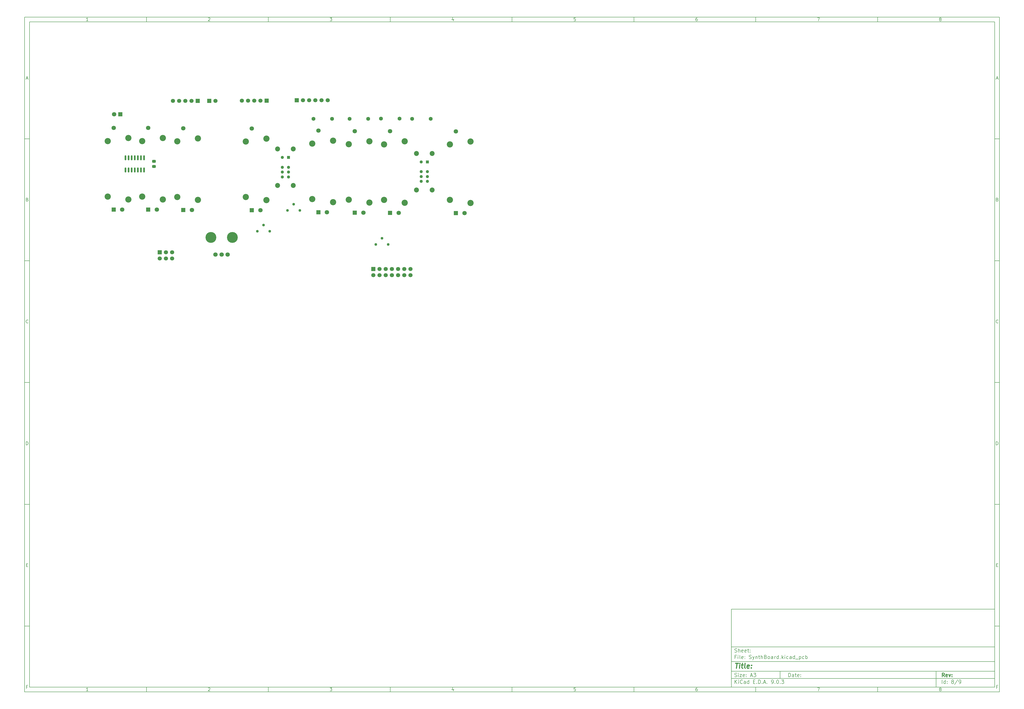
<source format=gbr>
%TF.GenerationSoftware,KiCad,Pcbnew,9.0.3*%
%TF.CreationDate,2025-09-21T10:38:42+09:00*%
%TF.ProjectId,SynthBoard,53796e74-6842-46f6-9172-642e6b696361,rev?*%
%TF.SameCoordinates,Original*%
%TF.FileFunction,Soldermask,Bot*%
%TF.FilePolarity,Negative*%
%FSLAX46Y46*%
G04 Gerber Fmt 4.6, Leading zero omitted, Abs format (unit mm)*
G04 Created by KiCad (PCBNEW 9.0.3) date 2025-09-21 10:38:43*
%MOMM*%
%LPD*%
G01*
G04 APERTURE LIST*
G04 Aperture macros list*
%AMRoundRect*
0 Rectangle with rounded corners*
0 $1 Rounding radius*
0 $2 $3 $4 $5 $6 $7 $8 $9 X,Y pos of 4 corners*
0 Add a 4 corners polygon primitive as box body*
4,1,4,$2,$3,$4,$5,$6,$7,$8,$9,$2,$3,0*
0 Add four circle primitives for the rounded corners*
1,1,$1+$1,$2,$3*
1,1,$1+$1,$4,$5*
1,1,$1+$1,$6,$7*
1,1,$1+$1,$8,$9*
0 Add four rect primitives between the rounded corners*
20,1,$1+$1,$2,$3,$4,$5,0*
20,1,$1+$1,$4,$5,$6,$7,0*
20,1,$1+$1,$6,$7,$8,$9,0*
20,1,$1+$1,$8,$9,$2,$3,0*%
G04 Aperture macros list end*
%ADD10C,0.100000*%
%ADD11C,0.150000*%
%ADD12C,0.300000*%
%ADD13C,0.400000*%
%ADD14C,1.120000*%
%ADD15C,1.600000*%
%ADD16R,1.800000X1.800000*%
%ADD17C,1.800000*%
%ADD18C,2.550000*%
%ADD19R,1.700000X1.700000*%
%ADD20C,1.700000*%
%ADD21R,1.200000X1.200000*%
%ADD22C,1.286000*%
%ADD23C,2.025000*%
%ADD24C,4.455000*%
%ADD25RoundRect,0.150000X0.150000X-0.825000X0.150000X0.825000X-0.150000X0.825000X-0.150000X-0.825000X0*%
%ADD26RoundRect,0.250000X0.475000X-0.337500X0.475000X0.337500X-0.475000X0.337500X-0.475000X-0.337500X0*%
G04 APERTURE END LIST*
D10*
D11*
X299989000Y-253002200D02*
X407989000Y-253002200D01*
X407989000Y-285002200D01*
X299989000Y-285002200D01*
X299989000Y-253002200D01*
D10*
D11*
X10000000Y-10000000D02*
X409989000Y-10000000D01*
X409989000Y-287002200D01*
X10000000Y-287002200D01*
X10000000Y-10000000D01*
D10*
D11*
X12000000Y-12000000D02*
X407989000Y-12000000D01*
X407989000Y-285002200D01*
X12000000Y-285002200D01*
X12000000Y-12000000D01*
D10*
D11*
X60000000Y-12000000D02*
X60000000Y-10000000D01*
D10*
D11*
X110000000Y-12000000D02*
X110000000Y-10000000D01*
D10*
D11*
X160000000Y-12000000D02*
X160000000Y-10000000D01*
D10*
D11*
X210000000Y-12000000D02*
X210000000Y-10000000D01*
D10*
D11*
X260000000Y-12000000D02*
X260000000Y-10000000D01*
D10*
D11*
X310000000Y-12000000D02*
X310000000Y-10000000D01*
D10*
D11*
X360000000Y-12000000D02*
X360000000Y-10000000D01*
D10*
D11*
X36089160Y-11593604D02*
X35346303Y-11593604D01*
X35717731Y-11593604D02*
X35717731Y-10293604D01*
X35717731Y-10293604D02*
X35593922Y-10479319D01*
X35593922Y-10479319D02*
X35470112Y-10603128D01*
X35470112Y-10603128D02*
X35346303Y-10665033D01*
D10*
D11*
X85346303Y-10417414D02*
X85408207Y-10355509D01*
X85408207Y-10355509D02*
X85532017Y-10293604D01*
X85532017Y-10293604D02*
X85841541Y-10293604D01*
X85841541Y-10293604D02*
X85965350Y-10355509D01*
X85965350Y-10355509D02*
X86027255Y-10417414D01*
X86027255Y-10417414D02*
X86089160Y-10541223D01*
X86089160Y-10541223D02*
X86089160Y-10665033D01*
X86089160Y-10665033D02*
X86027255Y-10850747D01*
X86027255Y-10850747D02*
X85284398Y-11593604D01*
X85284398Y-11593604D02*
X86089160Y-11593604D01*
D10*
D11*
X135284398Y-10293604D02*
X136089160Y-10293604D01*
X136089160Y-10293604D02*
X135655826Y-10788842D01*
X135655826Y-10788842D02*
X135841541Y-10788842D01*
X135841541Y-10788842D02*
X135965350Y-10850747D01*
X135965350Y-10850747D02*
X136027255Y-10912652D01*
X136027255Y-10912652D02*
X136089160Y-11036461D01*
X136089160Y-11036461D02*
X136089160Y-11345985D01*
X136089160Y-11345985D02*
X136027255Y-11469795D01*
X136027255Y-11469795D02*
X135965350Y-11531700D01*
X135965350Y-11531700D02*
X135841541Y-11593604D01*
X135841541Y-11593604D02*
X135470112Y-11593604D01*
X135470112Y-11593604D02*
X135346303Y-11531700D01*
X135346303Y-11531700D02*
X135284398Y-11469795D01*
D10*
D11*
X185965350Y-10726938D02*
X185965350Y-11593604D01*
X185655826Y-10231700D02*
X185346303Y-11160271D01*
X185346303Y-11160271D02*
X186151064Y-11160271D01*
D10*
D11*
X236027255Y-10293604D02*
X235408207Y-10293604D01*
X235408207Y-10293604D02*
X235346303Y-10912652D01*
X235346303Y-10912652D02*
X235408207Y-10850747D01*
X235408207Y-10850747D02*
X235532017Y-10788842D01*
X235532017Y-10788842D02*
X235841541Y-10788842D01*
X235841541Y-10788842D02*
X235965350Y-10850747D01*
X235965350Y-10850747D02*
X236027255Y-10912652D01*
X236027255Y-10912652D02*
X236089160Y-11036461D01*
X236089160Y-11036461D02*
X236089160Y-11345985D01*
X236089160Y-11345985D02*
X236027255Y-11469795D01*
X236027255Y-11469795D02*
X235965350Y-11531700D01*
X235965350Y-11531700D02*
X235841541Y-11593604D01*
X235841541Y-11593604D02*
X235532017Y-11593604D01*
X235532017Y-11593604D02*
X235408207Y-11531700D01*
X235408207Y-11531700D02*
X235346303Y-11469795D01*
D10*
D11*
X285965350Y-10293604D02*
X285717731Y-10293604D01*
X285717731Y-10293604D02*
X285593922Y-10355509D01*
X285593922Y-10355509D02*
X285532017Y-10417414D01*
X285532017Y-10417414D02*
X285408207Y-10603128D01*
X285408207Y-10603128D02*
X285346303Y-10850747D01*
X285346303Y-10850747D02*
X285346303Y-11345985D01*
X285346303Y-11345985D02*
X285408207Y-11469795D01*
X285408207Y-11469795D02*
X285470112Y-11531700D01*
X285470112Y-11531700D02*
X285593922Y-11593604D01*
X285593922Y-11593604D02*
X285841541Y-11593604D01*
X285841541Y-11593604D02*
X285965350Y-11531700D01*
X285965350Y-11531700D02*
X286027255Y-11469795D01*
X286027255Y-11469795D02*
X286089160Y-11345985D01*
X286089160Y-11345985D02*
X286089160Y-11036461D01*
X286089160Y-11036461D02*
X286027255Y-10912652D01*
X286027255Y-10912652D02*
X285965350Y-10850747D01*
X285965350Y-10850747D02*
X285841541Y-10788842D01*
X285841541Y-10788842D02*
X285593922Y-10788842D01*
X285593922Y-10788842D02*
X285470112Y-10850747D01*
X285470112Y-10850747D02*
X285408207Y-10912652D01*
X285408207Y-10912652D02*
X285346303Y-11036461D01*
D10*
D11*
X335284398Y-10293604D02*
X336151064Y-10293604D01*
X336151064Y-10293604D02*
X335593922Y-11593604D01*
D10*
D11*
X385593922Y-10850747D02*
X385470112Y-10788842D01*
X385470112Y-10788842D02*
X385408207Y-10726938D01*
X385408207Y-10726938D02*
X385346303Y-10603128D01*
X385346303Y-10603128D02*
X385346303Y-10541223D01*
X385346303Y-10541223D02*
X385408207Y-10417414D01*
X385408207Y-10417414D02*
X385470112Y-10355509D01*
X385470112Y-10355509D02*
X385593922Y-10293604D01*
X385593922Y-10293604D02*
X385841541Y-10293604D01*
X385841541Y-10293604D02*
X385965350Y-10355509D01*
X385965350Y-10355509D02*
X386027255Y-10417414D01*
X386027255Y-10417414D02*
X386089160Y-10541223D01*
X386089160Y-10541223D02*
X386089160Y-10603128D01*
X386089160Y-10603128D02*
X386027255Y-10726938D01*
X386027255Y-10726938D02*
X385965350Y-10788842D01*
X385965350Y-10788842D02*
X385841541Y-10850747D01*
X385841541Y-10850747D02*
X385593922Y-10850747D01*
X385593922Y-10850747D02*
X385470112Y-10912652D01*
X385470112Y-10912652D02*
X385408207Y-10974557D01*
X385408207Y-10974557D02*
X385346303Y-11098366D01*
X385346303Y-11098366D02*
X385346303Y-11345985D01*
X385346303Y-11345985D02*
X385408207Y-11469795D01*
X385408207Y-11469795D02*
X385470112Y-11531700D01*
X385470112Y-11531700D02*
X385593922Y-11593604D01*
X385593922Y-11593604D02*
X385841541Y-11593604D01*
X385841541Y-11593604D02*
X385965350Y-11531700D01*
X385965350Y-11531700D02*
X386027255Y-11469795D01*
X386027255Y-11469795D02*
X386089160Y-11345985D01*
X386089160Y-11345985D02*
X386089160Y-11098366D01*
X386089160Y-11098366D02*
X386027255Y-10974557D01*
X386027255Y-10974557D02*
X385965350Y-10912652D01*
X385965350Y-10912652D02*
X385841541Y-10850747D01*
D10*
D11*
X60000000Y-285002200D02*
X60000000Y-287002200D01*
D10*
D11*
X110000000Y-285002200D02*
X110000000Y-287002200D01*
D10*
D11*
X160000000Y-285002200D02*
X160000000Y-287002200D01*
D10*
D11*
X210000000Y-285002200D02*
X210000000Y-287002200D01*
D10*
D11*
X260000000Y-285002200D02*
X260000000Y-287002200D01*
D10*
D11*
X310000000Y-285002200D02*
X310000000Y-287002200D01*
D10*
D11*
X360000000Y-285002200D02*
X360000000Y-287002200D01*
D10*
D11*
X36089160Y-286595804D02*
X35346303Y-286595804D01*
X35717731Y-286595804D02*
X35717731Y-285295804D01*
X35717731Y-285295804D02*
X35593922Y-285481519D01*
X35593922Y-285481519D02*
X35470112Y-285605328D01*
X35470112Y-285605328D02*
X35346303Y-285667233D01*
D10*
D11*
X85346303Y-285419614D02*
X85408207Y-285357709D01*
X85408207Y-285357709D02*
X85532017Y-285295804D01*
X85532017Y-285295804D02*
X85841541Y-285295804D01*
X85841541Y-285295804D02*
X85965350Y-285357709D01*
X85965350Y-285357709D02*
X86027255Y-285419614D01*
X86027255Y-285419614D02*
X86089160Y-285543423D01*
X86089160Y-285543423D02*
X86089160Y-285667233D01*
X86089160Y-285667233D02*
X86027255Y-285852947D01*
X86027255Y-285852947D02*
X85284398Y-286595804D01*
X85284398Y-286595804D02*
X86089160Y-286595804D01*
D10*
D11*
X135284398Y-285295804D02*
X136089160Y-285295804D01*
X136089160Y-285295804D02*
X135655826Y-285791042D01*
X135655826Y-285791042D02*
X135841541Y-285791042D01*
X135841541Y-285791042D02*
X135965350Y-285852947D01*
X135965350Y-285852947D02*
X136027255Y-285914852D01*
X136027255Y-285914852D02*
X136089160Y-286038661D01*
X136089160Y-286038661D02*
X136089160Y-286348185D01*
X136089160Y-286348185D02*
X136027255Y-286471995D01*
X136027255Y-286471995D02*
X135965350Y-286533900D01*
X135965350Y-286533900D02*
X135841541Y-286595804D01*
X135841541Y-286595804D02*
X135470112Y-286595804D01*
X135470112Y-286595804D02*
X135346303Y-286533900D01*
X135346303Y-286533900D02*
X135284398Y-286471995D01*
D10*
D11*
X185965350Y-285729138D02*
X185965350Y-286595804D01*
X185655826Y-285233900D02*
X185346303Y-286162471D01*
X185346303Y-286162471D02*
X186151064Y-286162471D01*
D10*
D11*
X236027255Y-285295804D02*
X235408207Y-285295804D01*
X235408207Y-285295804D02*
X235346303Y-285914852D01*
X235346303Y-285914852D02*
X235408207Y-285852947D01*
X235408207Y-285852947D02*
X235532017Y-285791042D01*
X235532017Y-285791042D02*
X235841541Y-285791042D01*
X235841541Y-285791042D02*
X235965350Y-285852947D01*
X235965350Y-285852947D02*
X236027255Y-285914852D01*
X236027255Y-285914852D02*
X236089160Y-286038661D01*
X236089160Y-286038661D02*
X236089160Y-286348185D01*
X236089160Y-286348185D02*
X236027255Y-286471995D01*
X236027255Y-286471995D02*
X235965350Y-286533900D01*
X235965350Y-286533900D02*
X235841541Y-286595804D01*
X235841541Y-286595804D02*
X235532017Y-286595804D01*
X235532017Y-286595804D02*
X235408207Y-286533900D01*
X235408207Y-286533900D02*
X235346303Y-286471995D01*
D10*
D11*
X285965350Y-285295804D02*
X285717731Y-285295804D01*
X285717731Y-285295804D02*
X285593922Y-285357709D01*
X285593922Y-285357709D02*
X285532017Y-285419614D01*
X285532017Y-285419614D02*
X285408207Y-285605328D01*
X285408207Y-285605328D02*
X285346303Y-285852947D01*
X285346303Y-285852947D02*
X285346303Y-286348185D01*
X285346303Y-286348185D02*
X285408207Y-286471995D01*
X285408207Y-286471995D02*
X285470112Y-286533900D01*
X285470112Y-286533900D02*
X285593922Y-286595804D01*
X285593922Y-286595804D02*
X285841541Y-286595804D01*
X285841541Y-286595804D02*
X285965350Y-286533900D01*
X285965350Y-286533900D02*
X286027255Y-286471995D01*
X286027255Y-286471995D02*
X286089160Y-286348185D01*
X286089160Y-286348185D02*
X286089160Y-286038661D01*
X286089160Y-286038661D02*
X286027255Y-285914852D01*
X286027255Y-285914852D02*
X285965350Y-285852947D01*
X285965350Y-285852947D02*
X285841541Y-285791042D01*
X285841541Y-285791042D02*
X285593922Y-285791042D01*
X285593922Y-285791042D02*
X285470112Y-285852947D01*
X285470112Y-285852947D02*
X285408207Y-285914852D01*
X285408207Y-285914852D02*
X285346303Y-286038661D01*
D10*
D11*
X335284398Y-285295804D02*
X336151064Y-285295804D01*
X336151064Y-285295804D02*
X335593922Y-286595804D01*
D10*
D11*
X385593922Y-285852947D02*
X385470112Y-285791042D01*
X385470112Y-285791042D02*
X385408207Y-285729138D01*
X385408207Y-285729138D02*
X385346303Y-285605328D01*
X385346303Y-285605328D02*
X385346303Y-285543423D01*
X385346303Y-285543423D02*
X385408207Y-285419614D01*
X385408207Y-285419614D02*
X385470112Y-285357709D01*
X385470112Y-285357709D02*
X385593922Y-285295804D01*
X385593922Y-285295804D02*
X385841541Y-285295804D01*
X385841541Y-285295804D02*
X385965350Y-285357709D01*
X385965350Y-285357709D02*
X386027255Y-285419614D01*
X386027255Y-285419614D02*
X386089160Y-285543423D01*
X386089160Y-285543423D02*
X386089160Y-285605328D01*
X386089160Y-285605328D02*
X386027255Y-285729138D01*
X386027255Y-285729138D02*
X385965350Y-285791042D01*
X385965350Y-285791042D02*
X385841541Y-285852947D01*
X385841541Y-285852947D02*
X385593922Y-285852947D01*
X385593922Y-285852947D02*
X385470112Y-285914852D01*
X385470112Y-285914852D02*
X385408207Y-285976757D01*
X385408207Y-285976757D02*
X385346303Y-286100566D01*
X385346303Y-286100566D02*
X385346303Y-286348185D01*
X385346303Y-286348185D02*
X385408207Y-286471995D01*
X385408207Y-286471995D02*
X385470112Y-286533900D01*
X385470112Y-286533900D02*
X385593922Y-286595804D01*
X385593922Y-286595804D02*
X385841541Y-286595804D01*
X385841541Y-286595804D02*
X385965350Y-286533900D01*
X385965350Y-286533900D02*
X386027255Y-286471995D01*
X386027255Y-286471995D02*
X386089160Y-286348185D01*
X386089160Y-286348185D02*
X386089160Y-286100566D01*
X386089160Y-286100566D02*
X386027255Y-285976757D01*
X386027255Y-285976757D02*
X385965350Y-285914852D01*
X385965350Y-285914852D02*
X385841541Y-285852947D01*
D10*
D11*
X10000000Y-60000000D02*
X12000000Y-60000000D01*
D10*
D11*
X10000000Y-110000000D02*
X12000000Y-110000000D01*
D10*
D11*
X10000000Y-160000000D02*
X12000000Y-160000000D01*
D10*
D11*
X10000000Y-210000000D02*
X12000000Y-210000000D01*
D10*
D11*
X10000000Y-260000000D02*
X12000000Y-260000000D01*
D10*
D11*
X10690476Y-35222176D02*
X11309523Y-35222176D01*
X10566666Y-35593604D02*
X10999999Y-34293604D01*
X10999999Y-34293604D02*
X11433333Y-35593604D01*
D10*
D11*
X11092857Y-84912652D02*
X11278571Y-84974557D01*
X11278571Y-84974557D02*
X11340476Y-85036461D01*
X11340476Y-85036461D02*
X11402380Y-85160271D01*
X11402380Y-85160271D02*
X11402380Y-85345985D01*
X11402380Y-85345985D02*
X11340476Y-85469795D01*
X11340476Y-85469795D02*
X11278571Y-85531700D01*
X11278571Y-85531700D02*
X11154761Y-85593604D01*
X11154761Y-85593604D02*
X10659523Y-85593604D01*
X10659523Y-85593604D02*
X10659523Y-84293604D01*
X10659523Y-84293604D02*
X11092857Y-84293604D01*
X11092857Y-84293604D02*
X11216666Y-84355509D01*
X11216666Y-84355509D02*
X11278571Y-84417414D01*
X11278571Y-84417414D02*
X11340476Y-84541223D01*
X11340476Y-84541223D02*
X11340476Y-84665033D01*
X11340476Y-84665033D02*
X11278571Y-84788842D01*
X11278571Y-84788842D02*
X11216666Y-84850747D01*
X11216666Y-84850747D02*
X11092857Y-84912652D01*
X11092857Y-84912652D02*
X10659523Y-84912652D01*
D10*
D11*
X11402380Y-135469795D02*
X11340476Y-135531700D01*
X11340476Y-135531700D02*
X11154761Y-135593604D01*
X11154761Y-135593604D02*
X11030952Y-135593604D01*
X11030952Y-135593604D02*
X10845238Y-135531700D01*
X10845238Y-135531700D02*
X10721428Y-135407890D01*
X10721428Y-135407890D02*
X10659523Y-135284080D01*
X10659523Y-135284080D02*
X10597619Y-135036461D01*
X10597619Y-135036461D02*
X10597619Y-134850747D01*
X10597619Y-134850747D02*
X10659523Y-134603128D01*
X10659523Y-134603128D02*
X10721428Y-134479319D01*
X10721428Y-134479319D02*
X10845238Y-134355509D01*
X10845238Y-134355509D02*
X11030952Y-134293604D01*
X11030952Y-134293604D02*
X11154761Y-134293604D01*
X11154761Y-134293604D02*
X11340476Y-134355509D01*
X11340476Y-134355509D02*
X11402380Y-134417414D01*
D10*
D11*
X10659523Y-185593604D02*
X10659523Y-184293604D01*
X10659523Y-184293604D02*
X10969047Y-184293604D01*
X10969047Y-184293604D02*
X11154761Y-184355509D01*
X11154761Y-184355509D02*
X11278571Y-184479319D01*
X11278571Y-184479319D02*
X11340476Y-184603128D01*
X11340476Y-184603128D02*
X11402380Y-184850747D01*
X11402380Y-184850747D02*
X11402380Y-185036461D01*
X11402380Y-185036461D02*
X11340476Y-185284080D01*
X11340476Y-185284080D02*
X11278571Y-185407890D01*
X11278571Y-185407890D02*
X11154761Y-185531700D01*
X11154761Y-185531700D02*
X10969047Y-185593604D01*
X10969047Y-185593604D02*
X10659523Y-185593604D01*
D10*
D11*
X10721428Y-234912652D02*
X11154762Y-234912652D01*
X11340476Y-235593604D02*
X10721428Y-235593604D01*
X10721428Y-235593604D02*
X10721428Y-234293604D01*
X10721428Y-234293604D02*
X11340476Y-234293604D01*
D10*
D11*
X11185714Y-284912652D02*
X10752380Y-284912652D01*
X10752380Y-285593604D02*
X10752380Y-284293604D01*
X10752380Y-284293604D02*
X11371428Y-284293604D01*
D10*
D11*
X409989000Y-60000000D02*
X407989000Y-60000000D01*
D10*
D11*
X409989000Y-110000000D02*
X407989000Y-110000000D01*
D10*
D11*
X409989000Y-160000000D02*
X407989000Y-160000000D01*
D10*
D11*
X409989000Y-210000000D02*
X407989000Y-210000000D01*
D10*
D11*
X409989000Y-260000000D02*
X407989000Y-260000000D01*
D10*
D11*
X408679476Y-35222176D02*
X409298523Y-35222176D01*
X408555666Y-35593604D02*
X408988999Y-34293604D01*
X408988999Y-34293604D02*
X409422333Y-35593604D01*
D10*
D11*
X409081857Y-84912652D02*
X409267571Y-84974557D01*
X409267571Y-84974557D02*
X409329476Y-85036461D01*
X409329476Y-85036461D02*
X409391380Y-85160271D01*
X409391380Y-85160271D02*
X409391380Y-85345985D01*
X409391380Y-85345985D02*
X409329476Y-85469795D01*
X409329476Y-85469795D02*
X409267571Y-85531700D01*
X409267571Y-85531700D02*
X409143761Y-85593604D01*
X409143761Y-85593604D02*
X408648523Y-85593604D01*
X408648523Y-85593604D02*
X408648523Y-84293604D01*
X408648523Y-84293604D02*
X409081857Y-84293604D01*
X409081857Y-84293604D02*
X409205666Y-84355509D01*
X409205666Y-84355509D02*
X409267571Y-84417414D01*
X409267571Y-84417414D02*
X409329476Y-84541223D01*
X409329476Y-84541223D02*
X409329476Y-84665033D01*
X409329476Y-84665033D02*
X409267571Y-84788842D01*
X409267571Y-84788842D02*
X409205666Y-84850747D01*
X409205666Y-84850747D02*
X409081857Y-84912652D01*
X409081857Y-84912652D02*
X408648523Y-84912652D01*
D10*
D11*
X409391380Y-135469795D02*
X409329476Y-135531700D01*
X409329476Y-135531700D02*
X409143761Y-135593604D01*
X409143761Y-135593604D02*
X409019952Y-135593604D01*
X409019952Y-135593604D02*
X408834238Y-135531700D01*
X408834238Y-135531700D02*
X408710428Y-135407890D01*
X408710428Y-135407890D02*
X408648523Y-135284080D01*
X408648523Y-135284080D02*
X408586619Y-135036461D01*
X408586619Y-135036461D02*
X408586619Y-134850747D01*
X408586619Y-134850747D02*
X408648523Y-134603128D01*
X408648523Y-134603128D02*
X408710428Y-134479319D01*
X408710428Y-134479319D02*
X408834238Y-134355509D01*
X408834238Y-134355509D02*
X409019952Y-134293604D01*
X409019952Y-134293604D02*
X409143761Y-134293604D01*
X409143761Y-134293604D02*
X409329476Y-134355509D01*
X409329476Y-134355509D02*
X409391380Y-134417414D01*
D10*
D11*
X408648523Y-185593604D02*
X408648523Y-184293604D01*
X408648523Y-184293604D02*
X408958047Y-184293604D01*
X408958047Y-184293604D02*
X409143761Y-184355509D01*
X409143761Y-184355509D02*
X409267571Y-184479319D01*
X409267571Y-184479319D02*
X409329476Y-184603128D01*
X409329476Y-184603128D02*
X409391380Y-184850747D01*
X409391380Y-184850747D02*
X409391380Y-185036461D01*
X409391380Y-185036461D02*
X409329476Y-185284080D01*
X409329476Y-185284080D02*
X409267571Y-185407890D01*
X409267571Y-185407890D02*
X409143761Y-185531700D01*
X409143761Y-185531700D02*
X408958047Y-185593604D01*
X408958047Y-185593604D02*
X408648523Y-185593604D01*
D10*
D11*
X408710428Y-234912652D02*
X409143762Y-234912652D01*
X409329476Y-235593604D02*
X408710428Y-235593604D01*
X408710428Y-235593604D02*
X408710428Y-234293604D01*
X408710428Y-234293604D02*
X409329476Y-234293604D01*
D10*
D11*
X409174714Y-284912652D02*
X408741380Y-284912652D01*
X408741380Y-285593604D02*
X408741380Y-284293604D01*
X408741380Y-284293604D02*
X409360428Y-284293604D01*
D10*
D11*
X323444826Y-280788328D02*
X323444826Y-279288328D01*
X323444826Y-279288328D02*
X323801969Y-279288328D01*
X323801969Y-279288328D02*
X324016255Y-279359757D01*
X324016255Y-279359757D02*
X324159112Y-279502614D01*
X324159112Y-279502614D02*
X324230541Y-279645471D01*
X324230541Y-279645471D02*
X324301969Y-279931185D01*
X324301969Y-279931185D02*
X324301969Y-280145471D01*
X324301969Y-280145471D02*
X324230541Y-280431185D01*
X324230541Y-280431185D02*
X324159112Y-280574042D01*
X324159112Y-280574042D02*
X324016255Y-280716900D01*
X324016255Y-280716900D02*
X323801969Y-280788328D01*
X323801969Y-280788328D02*
X323444826Y-280788328D01*
X325587684Y-280788328D02*
X325587684Y-280002614D01*
X325587684Y-280002614D02*
X325516255Y-279859757D01*
X325516255Y-279859757D02*
X325373398Y-279788328D01*
X325373398Y-279788328D02*
X325087684Y-279788328D01*
X325087684Y-279788328D02*
X324944826Y-279859757D01*
X325587684Y-280716900D02*
X325444826Y-280788328D01*
X325444826Y-280788328D02*
X325087684Y-280788328D01*
X325087684Y-280788328D02*
X324944826Y-280716900D01*
X324944826Y-280716900D02*
X324873398Y-280574042D01*
X324873398Y-280574042D02*
X324873398Y-280431185D01*
X324873398Y-280431185D02*
X324944826Y-280288328D01*
X324944826Y-280288328D02*
X325087684Y-280216900D01*
X325087684Y-280216900D02*
X325444826Y-280216900D01*
X325444826Y-280216900D02*
X325587684Y-280145471D01*
X326087684Y-279788328D02*
X326659112Y-279788328D01*
X326301969Y-279288328D02*
X326301969Y-280574042D01*
X326301969Y-280574042D02*
X326373398Y-280716900D01*
X326373398Y-280716900D02*
X326516255Y-280788328D01*
X326516255Y-280788328D02*
X326659112Y-280788328D01*
X327730541Y-280716900D02*
X327587684Y-280788328D01*
X327587684Y-280788328D02*
X327301970Y-280788328D01*
X327301970Y-280788328D02*
X327159112Y-280716900D01*
X327159112Y-280716900D02*
X327087684Y-280574042D01*
X327087684Y-280574042D02*
X327087684Y-280002614D01*
X327087684Y-280002614D02*
X327159112Y-279859757D01*
X327159112Y-279859757D02*
X327301970Y-279788328D01*
X327301970Y-279788328D02*
X327587684Y-279788328D01*
X327587684Y-279788328D02*
X327730541Y-279859757D01*
X327730541Y-279859757D02*
X327801970Y-280002614D01*
X327801970Y-280002614D02*
X327801970Y-280145471D01*
X327801970Y-280145471D02*
X327087684Y-280288328D01*
X328444826Y-280645471D02*
X328516255Y-280716900D01*
X328516255Y-280716900D02*
X328444826Y-280788328D01*
X328444826Y-280788328D02*
X328373398Y-280716900D01*
X328373398Y-280716900D02*
X328444826Y-280645471D01*
X328444826Y-280645471D02*
X328444826Y-280788328D01*
X328444826Y-279859757D02*
X328516255Y-279931185D01*
X328516255Y-279931185D02*
X328444826Y-280002614D01*
X328444826Y-280002614D02*
X328373398Y-279931185D01*
X328373398Y-279931185D02*
X328444826Y-279859757D01*
X328444826Y-279859757D02*
X328444826Y-280002614D01*
D10*
D11*
X299989000Y-281502200D02*
X407989000Y-281502200D01*
D10*
D11*
X301444826Y-283588328D02*
X301444826Y-282088328D01*
X302301969Y-283588328D02*
X301659112Y-282731185D01*
X302301969Y-282088328D02*
X301444826Y-282945471D01*
X302944826Y-283588328D02*
X302944826Y-282588328D01*
X302944826Y-282088328D02*
X302873398Y-282159757D01*
X302873398Y-282159757D02*
X302944826Y-282231185D01*
X302944826Y-282231185D02*
X303016255Y-282159757D01*
X303016255Y-282159757D02*
X302944826Y-282088328D01*
X302944826Y-282088328D02*
X302944826Y-282231185D01*
X304516255Y-283445471D02*
X304444827Y-283516900D01*
X304444827Y-283516900D02*
X304230541Y-283588328D01*
X304230541Y-283588328D02*
X304087684Y-283588328D01*
X304087684Y-283588328D02*
X303873398Y-283516900D01*
X303873398Y-283516900D02*
X303730541Y-283374042D01*
X303730541Y-283374042D02*
X303659112Y-283231185D01*
X303659112Y-283231185D02*
X303587684Y-282945471D01*
X303587684Y-282945471D02*
X303587684Y-282731185D01*
X303587684Y-282731185D02*
X303659112Y-282445471D01*
X303659112Y-282445471D02*
X303730541Y-282302614D01*
X303730541Y-282302614D02*
X303873398Y-282159757D01*
X303873398Y-282159757D02*
X304087684Y-282088328D01*
X304087684Y-282088328D02*
X304230541Y-282088328D01*
X304230541Y-282088328D02*
X304444827Y-282159757D01*
X304444827Y-282159757D02*
X304516255Y-282231185D01*
X305801970Y-283588328D02*
X305801970Y-282802614D01*
X305801970Y-282802614D02*
X305730541Y-282659757D01*
X305730541Y-282659757D02*
X305587684Y-282588328D01*
X305587684Y-282588328D02*
X305301970Y-282588328D01*
X305301970Y-282588328D02*
X305159112Y-282659757D01*
X305801970Y-283516900D02*
X305659112Y-283588328D01*
X305659112Y-283588328D02*
X305301970Y-283588328D01*
X305301970Y-283588328D02*
X305159112Y-283516900D01*
X305159112Y-283516900D02*
X305087684Y-283374042D01*
X305087684Y-283374042D02*
X305087684Y-283231185D01*
X305087684Y-283231185D02*
X305159112Y-283088328D01*
X305159112Y-283088328D02*
X305301970Y-283016900D01*
X305301970Y-283016900D02*
X305659112Y-283016900D01*
X305659112Y-283016900D02*
X305801970Y-282945471D01*
X307159113Y-283588328D02*
X307159113Y-282088328D01*
X307159113Y-283516900D02*
X307016255Y-283588328D01*
X307016255Y-283588328D02*
X306730541Y-283588328D01*
X306730541Y-283588328D02*
X306587684Y-283516900D01*
X306587684Y-283516900D02*
X306516255Y-283445471D01*
X306516255Y-283445471D02*
X306444827Y-283302614D01*
X306444827Y-283302614D02*
X306444827Y-282874042D01*
X306444827Y-282874042D02*
X306516255Y-282731185D01*
X306516255Y-282731185D02*
X306587684Y-282659757D01*
X306587684Y-282659757D02*
X306730541Y-282588328D01*
X306730541Y-282588328D02*
X307016255Y-282588328D01*
X307016255Y-282588328D02*
X307159113Y-282659757D01*
X309016255Y-282802614D02*
X309516255Y-282802614D01*
X309730541Y-283588328D02*
X309016255Y-283588328D01*
X309016255Y-283588328D02*
X309016255Y-282088328D01*
X309016255Y-282088328D02*
X309730541Y-282088328D01*
X310373398Y-283445471D02*
X310444827Y-283516900D01*
X310444827Y-283516900D02*
X310373398Y-283588328D01*
X310373398Y-283588328D02*
X310301970Y-283516900D01*
X310301970Y-283516900D02*
X310373398Y-283445471D01*
X310373398Y-283445471D02*
X310373398Y-283588328D01*
X311087684Y-283588328D02*
X311087684Y-282088328D01*
X311087684Y-282088328D02*
X311444827Y-282088328D01*
X311444827Y-282088328D02*
X311659113Y-282159757D01*
X311659113Y-282159757D02*
X311801970Y-282302614D01*
X311801970Y-282302614D02*
X311873399Y-282445471D01*
X311873399Y-282445471D02*
X311944827Y-282731185D01*
X311944827Y-282731185D02*
X311944827Y-282945471D01*
X311944827Y-282945471D02*
X311873399Y-283231185D01*
X311873399Y-283231185D02*
X311801970Y-283374042D01*
X311801970Y-283374042D02*
X311659113Y-283516900D01*
X311659113Y-283516900D02*
X311444827Y-283588328D01*
X311444827Y-283588328D02*
X311087684Y-283588328D01*
X312587684Y-283445471D02*
X312659113Y-283516900D01*
X312659113Y-283516900D02*
X312587684Y-283588328D01*
X312587684Y-283588328D02*
X312516256Y-283516900D01*
X312516256Y-283516900D02*
X312587684Y-283445471D01*
X312587684Y-283445471D02*
X312587684Y-283588328D01*
X313230542Y-283159757D02*
X313944828Y-283159757D01*
X313087685Y-283588328D02*
X313587685Y-282088328D01*
X313587685Y-282088328D02*
X314087685Y-283588328D01*
X314587684Y-283445471D02*
X314659113Y-283516900D01*
X314659113Y-283516900D02*
X314587684Y-283588328D01*
X314587684Y-283588328D02*
X314516256Y-283516900D01*
X314516256Y-283516900D02*
X314587684Y-283445471D01*
X314587684Y-283445471D02*
X314587684Y-283588328D01*
X316516256Y-283588328D02*
X316801970Y-283588328D01*
X316801970Y-283588328D02*
X316944827Y-283516900D01*
X316944827Y-283516900D02*
X317016256Y-283445471D01*
X317016256Y-283445471D02*
X317159113Y-283231185D01*
X317159113Y-283231185D02*
X317230542Y-282945471D01*
X317230542Y-282945471D02*
X317230542Y-282374042D01*
X317230542Y-282374042D02*
X317159113Y-282231185D01*
X317159113Y-282231185D02*
X317087685Y-282159757D01*
X317087685Y-282159757D02*
X316944827Y-282088328D01*
X316944827Y-282088328D02*
X316659113Y-282088328D01*
X316659113Y-282088328D02*
X316516256Y-282159757D01*
X316516256Y-282159757D02*
X316444827Y-282231185D01*
X316444827Y-282231185D02*
X316373399Y-282374042D01*
X316373399Y-282374042D02*
X316373399Y-282731185D01*
X316373399Y-282731185D02*
X316444827Y-282874042D01*
X316444827Y-282874042D02*
X316516256Y-282945471D01*
X316516256Y-282945471D02*
X316659113Y-283016900D01*
X316659113Y-283016900D02*
X316944827Y-283016900D01*
X316944827Y-283016900D02*
X317087685Y-282945471D01*
X317087685Y-282945471D02*
X317159113Y-282874042D01*
X317159113Y-282874042D02*
X317230542Y-282731185D01*
X317873398Y-283445471D02*
X317944827Y-283516900D01*
X317944827Y-283516900D02*
X317873398Y-283588328D01*
X317873398Y-283588328D02*
X317801970Y-283516900D01*
X317801970Y-283516900D02*
X317873398Y-283445471D01*
X317873398Y-283445471D02*
X317873398Y-283588328D01*
X318873399Y-282088328D02*
X319016256Y-282088328D01*
X319016256Y-282088328D02*
X319159113Y-282159757D01*
X319159113Y-282159757D02*
X319230542Y-282231185D01*
X319230542Y-282231185D02*
X319301970Y-282374042D01*
X319301970Y-282374042D02*
X319373399Y-282659757D01*
X319373399Y-282659757D02*
X319373399Y-283016900D01*
X319373399Y-283016900D02*
X319301970Y-283302614D01*
X319301970Y-283302614D02*
X319230542Y-283445471D01*
X319230542Y-283445471D02*
X319159113Y-283516900D01*
X319159113Y-283516900D02*
X319016256Y-283588328D01*
X319016256Y-283588328D02*
X318873399Y-283588328D01*
X318873399Y-283588328D02*
X318730542Y-283516900D01*
X318730542Y-283516900D02*
X318659113Y-283445471D01*
X318659113Y-283445471D02*
X318587684Y-283302614D01*
X318587684Y-283302614D02*
X318516256Y-283016900D01*
X318516256Y-283016900D02*
X318516256Y-282659757D01*
X318516256Y-282659757D02*
X318587684Y-282374042D01*
X318587684Y-282374042D02*
X318659113Y-282231185D01*
X318659113Y-282231185D02*
X318730542Y-282159757D01*
X318730542Y-282159757D02*
X318873399Y-282088328D01*
X320016255Y-283445471D02*
X320087684Y-283516900D01*
X320087684Y-283516900D02*
X320016255Y-283588328D01*
X320016255Y-283588328D02*
X319944827Y-283516900D01*
X319944827Y-283516900D02*
X320016255Y-283445471D01*
X320016255Y-283445471D02*
X320016255Y-283588328D01*
X320587684Y-282088328D02*
X321516256Y-282088328D01*
X321516256Y-282088328D02*
X321016256Y-282659757D01*
X321016256Y-282659757D02*
X321230541Y-282659757D01*
X321230541Y-282659757D02*
X321373399Y-282731185D01*
X321373399Y-282731185D02*
X321444827Y-282802614D01*
X321444827Y-282802614D02*
X321516256Y-282945471D01*
X321516256Y-282945471D02*
X321516256Y-283302614D01*
X321516256Y-283302614D02*
X321444827Y-283445471D01*
X321444827Y-283445471D02*
X321373399Y-283516900D01*
X321373399Y-283516900D02*
X321230541Y-283588328D01*
X321230541Y-283588328D02*
X320801970Y-283588328D01*
X320801970Y-283588328D02*
X320659113Y-283516900D01*
X320659113Y-283516900D02*
X320587684Y-283445471D01*
D10*
D11*
X299989000Y-278502200D02*
X407989000Y-278502200D01*
D10*
D12*
X387400653Y-280780528D02*
X386900653Y-280066242D01*
X386543510Y-280780528D02*
X386543510Y-279280528D01*
X386543510Y-279280528D02*
X387114939Y-279280528D01*
X387114939Y-279280528D02*
X387257796Y-279351957D01*
X387257796Y-279351957D02*
X387329225Y-279423385D01*
X387329225Y-279423385D02*
X387400653Y-279566242D01*
X387400653Y-279566242D02*
X387400653Y-279780528D01*
X387400653Y-279780528D02*
X387329225Y-279923385D01*
X387329225Y-279923385D02*
X387257796Y-279994814D01*
X387257796Y-279994814D02*
X387114939Y-280066242D01*
X387114939Y-280066242D02*
X386543510Y-280066242D01*
X388614939Y-280709100D02*
X388472082Y-280780528D01*
X388472082Y-280780528D02*
X388186368Y-280780528D01*
X388186368Y-280780528D02*
X388043510Y-280709100D01*
X388043510Y-280709100D02*
X387972082Y-280566242D01*
X387972082Y-280566242D02*
X387972082Y-279994814D01*
X387972082Y-279994814D02*
X388043510Y-279851957D01*
X388043510Y-279851957D02*
X388186368Y-279780528D01*
X388186368Y-279780528D02*
X388472082Y-279780528D01*
X388472082Y-279780528D02*
X388614939Y-279851957D01*
X388614939Y-279851957D02*
X388686368Y-279994814D01*
X388686368Y-279994814D02*
X388686368Y-280137671D01*
X388686368Y-280137671D02*
X387972082Y-280280528D01*
X389186367Y-279780528D02*
X389543510Y-280780528D01*
X389543510Y-280780528D02*
X389900653Y-279780528D01*
X390472081Y-280637671D02*
X390543510Y-280709100D01*
X390543510Y-280709100D02*
X390472081Y-280780528D01*
X390472081Y-280780528D02*
X390400653Y-280709100D01*
X390400653Y-280709100D02*
X390472081Y-280637671D01*
X390472081Y-280637671D02*
X390472081Y-280780528D01*
X390472081Y-279851957D02*
X390543510Y-279923385D01*
X390543510Y-279923385D02*
X390472081Y-279994814D01*
X390472081Y-279994814D02*
X390400653Y-279923385D01*
X390400653Y-279923385D02*
X390472081Y-279851957D01*
X390472081Y-279851957D02*
X390472081Y-279994814D01*
D10*
D11*
X301373398Y-280716900D02*
X301587684Y-280788328D01*
X301587684Y-280788328D02*
X301944826Y-280788328D01*
X301944826Y-280788328D02*
X302087684Y-280716900D01*
X302087684Y-280716900D02*
X302159112Y-280645471D01*
X302159112Y-280645471D02*
X302230541Y-280502614D01*
X302230541Y-280502614D02*
X302230541Y-280359757D01*
X302230541Y-280359757D02*
X302159112Y-280216900D01*
X302159112Y-280216900D02*
X302087684Y-280145471D01*
X302087684Y-280145471D02*
X301944826Y-280074042D01*
X301944826Y-280074042D02*
X301659112Y-280002614D01*
X301659112Y-280002614D02*
X301516255Y-279931185D01*
X301516255Y-279931185D02*
X301444826Y-279859757D01*
X301444826Y-279859757D02*
X301373398Y-279716900D01*
X301373398Y-279716900D02*
X301373398Y-279574042D01*
X301373398Y-279574042D02*
X301444826Y-279431185D01*
X301444826Y-279431185D02*
X301516255Y-279359757D01*
X301516255Y-279359757D02*
X301659112Y-279288328D01*
X301659112Y-279288328D02*
X302016255Y-279288328D01*
X302016255Y-279288328D02*
X302230541Y-279359757D01*
X302873397Y-280788328D02*
X302873397Y-279788328D01*
X302873397Y-279288328D02*
X302801969Y-279359757D01*
X302801969Y-279359757D02*
X302873397Y-279431185D01*
X302873397Y-279431185D02*
X302944826Y-279359757D01*
X302944826Y-279359757D02*
X302873397Y-279288328D01*
X302873397Y-279288328D02*
X302873397Y-279431185D01*
X303444826Y-279788328D02*
X304230541Y-279788328D01*
X304230541Y-279788328D02*
X303444826Y-280788328D01*
X303444826Y-280788328D02*
X304230541Y-280788328D01*
X305373398Y-280716900D02*
X305230541Y-280788328D01*
X305230541Y-280788328D02*
X304944827Y-280788328D01*
X304944827Y-280788328D02*
X304801969Y-280716900D01*
X304801969Y-280716900D02*
X304730541Y-280574042D01*
X304730541Y-280574042D02*
X304730541Y-280002614D01*
X304730541Y-280002614D02*
X304801969Y-279859757D01*
X304801969Y-279859757D02*
X304944827Y-279788328D01*
X304944827Y-279788328D02*
X305230541Y-279788328D01*
X305230541Y-279788328D02*
X305373398Y-279859757D01*
X305373398Y-279859757D02*
X305444827Y-280002614D01*
X305444827Y-280002614D02*
X305444827Y-280145471D01*
X305444827Y-280145471D02*
X304730541Y-280288328D01*
X306087683Y-280645471D02*
X306159112Y-280716900D01*
X306159112Y-280716900D02*
X306087683Y-280788328D01*
X306087683Y-280788328D02*
X306016255Y-280716900D01*
X306016255Y-280716900D02*
X306087683Y-280645471D01*
X306087683Y-280645471D02*
X306087683Y-280788328D01*
X306087683Y-279859757D02*
X306159112Y-279931185D01*
X306159112Y-279931185D02*
X306087683Y-280002614D01*
X306087683Y-280002614D02*
X306016255Y-279931185D01*
X306016255Y-279931185D02*
X306087683Y-279859757D01*
X306087683Y-279859757D02*
X306087683Y-280002614D01*
X307873398Y-280359757D02*
X308587684Y-280359757D01*
X307730541Y-280788328D02*
X308230541Y-279288328D01*
X308230541Y-279288328D02*
X308730541Y-280788328D01*
X309087683Y-279288328D02*
X310016255Y-279288328D01*
X310016255Y-279288328D02*
X309516255Y-279859757D01*
X309516255Y-279859757D02*
X309730540Y-279859757D01*
X309730540Y-279859757D02*
X309873398Y-279931185D01*
X309873398Y-279931185D02*
X309944826Y-280002614D01*
X309944826Y-280002614D02*
X310016255Y-280145471D01*
X310016255Y-280145471D02*
X310016255Y-280502614D01*
X310016255Y-280502614D02*
X309944826Y-280645471D01*
X309944826Y-280645471D02*
X309873398Y-280716900D01*
X309873398Y-280716900D02*
X309730540Y-280788328D01*
X309730540Y-280788328D02*
X309301969Y-280788328D01*
X309301969Y-280788328D02*
X309159112Y-280716900D01*
X309159112Y-280716900D02*
X309087683Y-280645471D01*
D10*
D11*
X386444826Y-283588328D02*
X386444826Y-282088328D01*
X387801970Y-283588328D02*
X387801970Y-282088328D01*
X387801970Y-283516900D02*
X387659112Y-283588328D01*
X387659112Y-283588328D02*
X387373398Y-283588328D01*
X387373398Y-283588328D02*
X387230541Y-283516900D01*
X387230541Y-283516900D02*
X387159112Y-283445471D01*
X387159112Y-283445471D02*
X387087684Y-283302614D01*
X387087684Y-283302614D02*
X387087684Y-282874042D01*
X387087684Y-282874042D02*
X387159112Y-282731185D01*
X387159112Y-282731185D02*
X387230541Y-282659757D01*
X387230541Y-282659757D02*
X387373398Y-282588328D01*
X387373398Y-282588328D02*
X387659112Y-282588328D01*
X387659112Y-282588328D02*
X387801970Y-282659757D01*
X388516255Y-283445471D02*
X388587684Y-283516900D01*
X388587684Y-283516900D02*
X388516255Y-283588328D01*
X388516255Y-283588328D02*
X388444827Y-283516900D01*
X388444827Y-283516900D02*
X388516255Y-283445471D01*
X388516255Y-283445471D02*
X388516255Y-283588328D01*
X388516255Y-282659757D02*
X388587684Y-282731185D01*
X388587684Y-282731185D02*
X388516255Y-282802614D01*
X388516255Y-282802614D02*
X388444827Y-282731185D01*
X388444827Y-282731185D02*
X388516255Y-282659757D01*
X388516255Y-282659757D02*
X388516255Y-282802614D01*
X390587684Y-282731185D02*
X390444827Y-282659757D01*
X390444827Y-282659757D02*
X390373398Y-282588328D01*
X390373398Y-282588328D02*
X390301970Y-282445471D01*
X390301970Y-282445471D02*
X390301970Y-282374042D01*
X390301970Y-282374042D02*
X390373398Y-282231185D01*
X390373398Y-282231185D02*
X390444827Y-282159757D01*
X390444827Y-282159757D02*
X390587684Y-282088328D01*
X390587684Y-282088328D02*
X390873398Y-282088328D01*
X390873398Y-282088328D02*
X391016256Y-282159757D01*
X391016256Y-282159757D02*
X391087684Y-282231185D01*
X391087684Y-282231185D02*
X391159113Y-282374042D01*
X391159113Y-282374042D02*
X391159113Y-282445471D01*
X391159113Y-282445471D02*
X391087684Y-282588328D01*
X391087684Y-282588328D02*
X391016256Y-282659757D01*
X391016256Y-282659757D02*
X390873398Y-282731185D01*
X390873398Y-282731185D02*
X390587684Y-282731185D01*
X390587684Y-282731185D02*
X390444827Y-282802614D01*
X390444827Y-282802614D02*
X390373398Y-282874042D01*
X390373398Y-282874042D02*
X390301970Y-283016900D01*
X390301970Y-283016900D02*
X390301970Y-283302614D01*
X390301970Y-283302614D02*
X390373398Y-283445471D01*
X390373398Y-283445471D02*
X390444827Y-283516900D01*
X390444827Y-283516900D02*
X390587684Y-283588328D01*
X390587684Y-283588328D02*
X390873398Y-283588328D01*
X390873398Y-283588328D02*
X391016256Y-283516900D01*
X391016256Y-283516900D02*
X391087684Y-283445471D01*
X391087684Y-283445471D02*
X391159113Y-283302614D01*
X391159113Y-283302614D02*
X391159113Y-283016900D01*
X391159113Y-283016900D02*
X391087684Y-282874042D01*
X391087684Y-282874042D02*
X391016256Y-282802614D01*
X391016256Y-282802614D02*
X390873398Y-282731185D01*
X392873398Y-282016900D02*
X391587684Y-283945471D01*
X393444827Y-283588328D02*
X393730541Y-283588328D01*
X393730541Y-283588328D02*
X393873398Y-283516900D01*
X393873398Y-283516900D02*
X393944827Y-283445471D01*
X393944827Y-283445471D02*
X394087684Y-283231185D01*
X394087684Y-283231185D02*
X394159113Y-282945471D01*
X394159113Y-282945471D02*
X394159113Y-282374042D01*
X394159113Y-282374042D02*
X394087684Y-282231185D01*
X394087684Y-282231185D02*
X394016256Y-282159757D01*
X394016256Y-282159757D02*
X393873398Y-282088328D01*
X393873398Y-282088328D02*
X393587684Y-282088328D01*
X393587684Y-282088328D02*
X393444827Y-282159757D01*
X393444827Y-282159757D02*
X393373398Y-282231185D01*
X393373398Y-282231185D02*
X393301970Y-282374042D01*
X393301970Y-282374042D02*
X393301970Y-282731185D01*
X393301970Y-282731185D02*
X393373398Y-282874042D01*
X393373398Y-282874042D02*
X393444827Y-282945471D01*
X393444827Y-282945471D02*
X393587684Y-283016900D01*
X393587684Y-283016900D02*
X393873398Y-283016900D01*
X393873398Y-283016900D02*
X394016256Y-282945471D01*
X394016256Y-282945471D02*
X394087684Y-282874042D01*
X394087684Y-282874042D02*
X394159113Y-282731185D01*
D10*
D11*
X299989000Y-274502200D02*
X407989000Y-274502200D01*
D10*
D13*
X301680728Y-275206638D02*
X302823585Y-275206638D01*
X302002157Y-277206638D02*
X302252157Y-275206638D01*
X303240252Y-277206638D02*
X303406919Y-275873304D01*
X303490252Y-275206638D02*
X303383109Y-275301876D01*
X303383109Y-275301876D02*
X303466443Y-275397114D01*
X303466443Y-275397114D02*
X303573586Y-275301876D01*
X303573586Y-275301876D02*
X303490252Y-275206638D01*
X303490252Y-275206638D02*
X303466443Y-275397114D01*
X304073586Y-275873304D02*
X304835490Y-275873304D01*
X304442633Y-275206638D02*
X304228348Y-276920923D01*
X304228348Y-276920923D02*
X304299776Y-277111400D01*
X304299776Y-277111400D02*
X304478348Y-277206638D01*
X304478348Y-277206638D02*
X304668824Y-277206638D01*
X305621205Y-277206638D02*
X305442633Y-277111400D01*
X305442633Y-277111400D02*
X305371205Y-276920923D01*
X305371205Y-276920923D02*
X305585490Y-275206638D01*
X307156919Y-277111400D02*
X306954538Y-277206638D01*
X306954538Y-277206638D02*
X306573585Y-277206638D01*
X306573585Y-277206638D02*
X306395014Y-277111400D01*
X306395014Y-277111400D02*
X306323585Y-276920923D01*
X306323585Y-276920923D02*
X306418824Y-276159019D01*
X306418824Y-276159019D02*
X306537871Y-275968542D01*
X306537871Y-275968542D02*
X306740252Y-275873304D01*
X306740252Y-275873304D02*
X307121204Y-275873304D01*
X307121204Y-275873304D02*
X307299776Y-275968542D01*
X307299776Y-275968542D02*
X307371204Y-276159019D01*
X307371204Y-276159019D02*
X307347395Y-276349495D01*
X307347395Y-276349495D02*
X306371204Y-276539971D01*
X308121205Y-277016161D02*
X308204538Y-277111400D01*
X308204538Y-277111400D02*
X308097395Y-277206638D01*
X308097395Y-277206638D02*
X308014062Y-277111400D01*
X308014062Y-277111400D02*
X308121205Y-277016161D01*
X308121205Y-277016161D02*
X308097395Y-277206638D01*
X308252157Y-275968542D02*
X308335490Y-276063780D01*
X308335490Y-276063780D02*
X308228348Y-276159019D01*
X308228348Y-276159019D02*
X308145014Y-276063780D01*
X308145014Y-276063780D02*
X308252157Y-275968542D01*
X308252157Y-275968542D02*
X308228348Y-276159019D01*
D10*
D11*
X301944826Y-272602614D02*
X301444826Y-272602614D01*
X301444826Y-273388328D02*
X301444826Y-271888328D01*
X301444826Y-271888328D02*
X302159112Y-271888328D01*
X302730540Y-273388328D02*
X302730540Y-272388328D01*
X302730540Y-271888328D02*
X302659112Y-271959757D01*
X302659112Y-271959757D02*
X302730540Y-272031185D01*
X302730540Y-272031185D02*
X302801969Y-271959757D01*
X302801969Y-271959757D02*
X302730540Y-271888328D01*
X302730540Y-271888328D02*
X302730540Y-272031185D01*
X303659112Y-273388328D02*
X303516255Y-273316900D01*
X303516255Y-273316900D02*
X303444826Y-273174042D01*
X303444826Y-273174042D02*
X303444826Y-271888328D01*
X304801969Y-273316900D02*
X304659112Y-273388328D01*
X304659112Y-273388328D02*
X304373398Y-273388328D01*
X304373398Y-273388328D02*
X304230540Y-273316900D01*
X304230540Y-273316900D02*
X304159112Y-273174042D01*
X304159112Y-273174042D02*
X304159112Y-272602614D01*
X304159112Y-272602614D02*
X304230540Y-272459757D01*
X304230540Y-272459757D02*
X304373398Y-272388328D01*
X304373398Y-272388328D02*
X304659112Y-272388328D01*
X304659112Y-272388328D02*
X304801969Y-272459757D01*
X304801969Y-272459757D02*
X304873398Y-272602614D01*
X304873398Y-272602614D02*
X304873398Y-272745471D01*
X304873398Y-272745471D02*
X304159112Y-272888328D01*
X305516254Y-273245471D02*
X305587683Y-273316900D01*
X305587683Y-273316900D02*
X305516254Y-273388328D01*
X305516254Y-273388328D02*
X305444826Y-273316900D01*
X305444826Y-273316900D02*
X305516254Y-273245471D01*
X305516254Y-273245471D02*
X305516254Y-273388328D01*
X305516254Y-272459757D02*
X305587683Y-272531185D01*
X305587683Y-272531185D02*
X305516254Y-272602614D01*
X305516254Y-272602614D02*
X305444826Y-272531185D01*
X305444826Y-272531185D02*
X305516254Y-272459757D01*
X305516254Y-272459757D02*
X305516254Y-272602614D01*
X307301969Y-273316900D02*
X307516255Y-273388328D01*
X307516255Y-273388328D02*
X307873397Y-273388328D01*
X307873397Y-273388328D02*
X308016255Y-273316900D01*
X308016255Y-273316900D02*
X308087683Y-273245471D01*
X308087683Y-273245471D02*
X308159112Y-273102614D01*
X308159112Y-273102614D02*
X308159112Y-272959757D01*
X308159112Y-272959757D02*
X308087683Y-272816900D01*
X308087683Y-272816900D02*
X308016255Y-272745471D01*
X308016255Y-272745471D02*
X307873397Y-272674042D01*
X307873397Y-272674042D02*
X307587683Y-272602614D01*
X307587683Y-272602614D02*
X307444826Y-272531185D01*
X307444826Y-272531185D02*
X307373397Y-272459757D01*
X307373397Y-272459757D02*
X307301969Y-272316900D01*
X307301969Y-272316900D02*
X307301969Y-272174042D01*
X307301969Y-272174042D02*
X307373397Y-272031185D01*
X307373397Y-272031185D02*
X307444826Y-271959757D01*
X307444826Y-271959757D02*
X307587683Y-271888328D01*
X307587683Y-271888328D02*
X307944826Y-271888328D01*
X307944826Y-271888328D02*
X308159112Y-271959757D01*
X308659111Y-272388328D02*
X309016254Y-273388328D01*
X309373397Y-272388328D02*
X309016254Y-273388328D01*
X309016254Y-273388328D02*
X308873397Y-273745471D01*
X308873397Y-273745471D02*
X308801968Y-273816900D01*
X308801968Y-273816900D02*
X308659111Y-273888328D01*
X309944825Y-272388328D02*
X309944825Y-273388328D01*
X309944825Y-272531185D02*
X310016254Y-272459757D01*
X310016254Y-272459757D02*
X310159111Y-272388328D01*
X310159111Y-272388328D02*
X310373397Y-272388328D01*
X310373397Y-272388328D02*
X310516254Y-272459757D01*
X310516254Y-272459757D02*
X310587683Y-272602614D01*
X310587683Y-272602614D02*
X310587683Y-273388328D01*
X311087683Y-272388328D02*
X311659111Y-272388328D01*
X311301968Y-271888328D02*
X311301968Y-273174042D01*
X311301968Y-273174042D02*
X311373397Y-273316900D01*
X311373397Y-273316900D02*
X311516254Y-273388328D01*
X311516254Y-273388328D02*
X311659111Y-273388328D01*
X312159111Y-273388328D02*
X312159111Y-271888328D01*
X312801969Y-273388328D02*
X312801969Y-272602614D01*
X312801969Y-272602614D02*
X312730540Y-272459757D01*
X312730540Y-272459757D02*
X312587683Y-272388328D01*
X312587683Y-272388328D02*
X312373397Y-272388328D01*
X312373397Y-272388328D02*
X312230540Y-272459757D01*
X312230540Y-272459757D02*
X312159111Y-272531185D01*
X314016254Y-272602614D02*
X314230540Y-272674042D01*
X314230540Y-272674042D02*
X314301969Y-272745471D01*
X314301969Y-272745471D02*
X314373397Y-272888328D01*
X314373397Y-272888328D02*
X314373397Y-273102614D01*
X314373397Y-273102614D02*
X314301969Y-273245471D01*
X314301969Y-273245471D02*
X314230540Y-273316900D01*
X314230540Y-273316900D02*
X314087683Y-273388328D01*
X314087683Y-273388328D02*
X313516254Y-273388328D01*
X313516254Y-273388328D02*
X313516254Y-271888328D01*
X313516254Y-271888328D02*
X314016254Y-271888328D01*
X314016254Y-271888328D02*
X314159112Y-271959757D01*
X314159112Y-271959757D02*
X314230540Y-272031185D01*
X314230540Y-272031185D02*
X314301969Y-272174042D01*
X314301969Y-272174042D02*
X314301969Y-272316900D01*
X314301969Y-272316900D02*
X314230540Y-272459757D01*
X314230540Y-272459757D02*
X314159112Y-272531185D01*
X314159112Y-272531185D02*
X314016254Y-272602614D01*
X314016254Y-272602614D02*
X313516254Y-272602614D01*
X315230540Y-273388328D02*
X315087683Y-273316900D01*
X315087683Y-273316900D02*
X315016254Y-273245471D01*
X315016254Y-273245471D02*
X314944826Y-273102614D01*
X314944826Y-273102614D02*
X314944826Y-272674042D01*
X314944826Y-272674042D02*
X315016254Y-272531185D01*
X315016254Y-272531185D02*
X315087683Y-272459757D01*
X315087683Y-272459757D02*
X315230540Y-272388328D01*
X315230540Y-272388328D02*
X315444826Y-272388328D01*
X315444826Y-272388328D02*
X315587683Y-272459757D01*
X315587683Y-272459757D02*
X315659112Y-272531185D01*
X315659112Y-272531185D02*
X315730540Y-272674042D01*
X315730540Y-272674042D02*
X315730540Y-273102614D01*
X315730540Y-273102614D02*
X315659112Y-273245471D01*
X315659112Y-273245471D02*
X315587683Y-273316900D01*
X315587683Y-273316900D02*
X315444826Y-273388328D01*
X315444826Y-273388328D02*
X315230540Y-273388328D01*
X317016255Y-273388328D02*
X317016255Y-272602614D01*
X317016255Y-272602614D02*
X316944826Y-272459757D01*
X316944826Y-272459757D02*
X316801969Y-272388328D01*
X316801969Y-272388328D02*
X316516255Y-272388328D01*
X316516255Y-272388328D02*
X316373397Y-272459757D01*
X317016255Y-273316900D02*
X316873397Y-273388328D01*
X316873397Y-273388328D02*
X316516255Y-273388328D01*
X316516255Y-273388328D02*
X316373397Y-273316900D01*
X316373397Y-273316900D02*
X316301969Y-273174042D01*
X316301969Y-273174042D02*
X316301969Y-273031185D01*
X316301969Y-273031185D02*
X316373397Y-272888328D01*
X316373397Y-272888328D02*
X316516255Y-272816900D01*
X316516255Y-272816900D02*
X316873397Y-272816900D01*
X316873397Y-272816900D02*
X317016255Y-272745471D01*
X317730540Y-273388328D02*
X317730540Y-272388328D01*
X317730540Y-272674042D02*
X317801969Y-272531185D01*
X317801969Y-272531185D02*
X317873398Y-272459757D01*
X317873398Y-272459757D02*
X318016255Y-272388328D01*
X318016255Y-272388328D02*
X318159112Y-272388328D01*
X319301969Y-273388328D02*
X319301969Y-271888328D01*
X319301969Y-273316900D02*
X319159111Y-273388328D01*
X319159111Y-273388328D02*
X318873397Y-273388328D01*
X318873397Y-273388328D02*
X318730540Y-273316900D01*
X318730540Y-273316900D02*
X318659111Y-273245471D01*
X318659111Y-273245471D02*
X318587683Y-273102614D01*
X318587683Y-273102614D02*
X318587683Y-272674042D01*
X318587683Y-272674042D02*
X318659111Y-272531185D01*
X318659111Y-272531185D02*
X318730540Y-272459757D01*
X318730540Y-272459757D02*
X318873397Y-272388328D01*
X318873397Y-272388328D02*
X319159111Y-272388328D01*
X319159111Y-272388328D02*
X319301969Y-272459757D01*
X320016254Y-273245471D02*
X320087683Y-273316900D01*
X320087683Y-273316900D02*
X320016254Y-273388328D01*
X320016254Y-273388328D02*
X319944826Y-273316900D01*
X319944826Y-273316900D02*
X320016254Y-273245471D01*
X320016254Y-273245471D02*
X320016254Y-273388328D01*
X320730540Y-273388328D02*
X320730540Y-271888328D01*
X320873398Y-272816900D02*
X321301969Y-273388328D01*
X321301969Y-272388328D02*
X320730540Y-272959757D01*
X321944826Y-273388328D02*
X321944826Y-272388328D01*
X321944826Y-271888328D02*
X321873398Y-271959757D01*
X321873398Y-271959757D02*
X321944826Y-272031185D01*
X321944826Y-272031185D02*
X322016255Y-271959757D01*
X322016255Y-271959757D02*
X321944826Y-271888328D01*
X321944826Y-271888328D02*
X321944826Y-272031185D01*
X323301970Y-273316900D02*
X323159112Y-273388328D01*
X323159112Y-273388328D02*
X322873398Y-273388328D01*
X322873398Y-273388328D02*
X322730541Y-273316900D01*
X322730541Y-273316900D02*
X322659112Y-273245471D01*
X322659112Y-273245471D02*
X322587684Y-273102614D01*
X322587684Y-273102614D02*
X322587684Y-272674042D01*
X322587684Y-272674042D02*
X322659112Y-272531185D01*
X322659112Y-272531185D02*
X322730541Y-272459757D01*
X322730541Y-272459757D02*
X322873398Y-272388328D01*
X322873398Y-272388328D02*
X323159112Y-272388328D01*
X323159112Y-272388328D02*
X323301970Y-272459757D01*
X324587684Y-273388328D02*
X324587684Y-272602614D01*
X324587684Y-272602614D02*
X324516255Y-272459757D01*
X324516255Y-272459757D02*
X324373398Y-272388328D01*
X324373398Y-272388328D02*
X324087684Y-272388328D01*
X324087684Y-272388328D02*
X323944826Y-272459757D01*
X324587684Y-273316900D02*
X324444826Y-273388328D01*
X324444826Y-273388328D02*
X324087684Y-273388328D01*
X324087684Y-273388328D02*
X323944826Y-273316900D01*
X323944826Y-273316900D02*
X323873398Y-273174042D01*
X323873398Y-273174042D02*
X323873398Y-273031185D01*
X323873398Y-273031185D02*
X323944826Y-272888328D01*
X323944826Y-272888328D02*
X324087684Y-272816900D01*
X324087684Y-272816900D02*
X324444826Y-272816900D01*
X324444826Y-272816900D02*
X324587684Y-272745471D01*
X325944827Y-273388328D02*
X325944827Y-271888328D01*
X325944827Y-273316900D02*
X325801969Y-273388328D01*
X325801969Y-273388328D02*
X325516255Y-273388328D01*
X325516255Y-273388328D02*
X325373398Y-273316900D01*
X325373398Y-273316900D02*
X325301969Y-273245471D01*
X325301969Y-273245471D02*
X325230541Y-273102614D01*
X325230541Y-273102614D02*
X325230541Y-272674042D01*
X325230541Y-272674042D02*
X325301969Y-272531185D01*
X325301969Y-272531185D02*
X325373398Y-272459757D01*
X325373398Y-272459757D02*
X325516255Y-272388328D01*
X325516255Y-272388328D02*
X325801969Y-272388328D01*
X325801969Y-272388328D02*
X325944827Y-272459757D01*
X326301970Y-273531185D02*
X327444827Y-273531185D01*
X327801969Y-272388328D02*
X327801969Y-273888328D01*
X327801969Y-272459757D02*
X327944827Y-272388328D01*
X327944827Y-272388328D02*
X328230541Y-272388328D01*
X328230541Y-272388328D02*
X328373398Y-272459757D01*
X328373398Y-272459757D02*
X328444827Y-272531185D01*
X328444827Y-272531185D02*
X328516255Y-272674042D01*
X328516255Y-272674042D02*
X328516255Y-273102614D01*
X328516255Y-273102614D02*
X328444827Y-273245471D01*
X328444827Y-273245471D02*
X328373398Y-273316900D01*
X328373398Y-273316900D02*
X328230541Y-273388328D01*
X328230541Y-273388328D02*
X327944827Y-273388328D01*
X327944827Y-273388328D02*
X327801969Y-273316900D01*
X329801970Y-273316900D02*
X329659112Y-273388328D01*
X329659112Y-273388328D02*
X329373398Y-273388328D01*
X329373398Y-273388328D02*
X329230541Y-273316900D01*
X329230541Y-273316900D02*
X329159112Y-273245471D01*
X329159112Y-273245471D02*
X329087684Y-273102614D01*
X329087684Y-273102614D02*
X329087684Y-272674042D01*
X329087684Y-272674042D02*
X329159112Y-272531185D01*
X329159112Y-272531185D02*
X329230541Y-272459757D01*
X329230541Y-272459757D02*
X329373398Y-272388328D01*
X329373398Y-272388328D02*
X329659112Y-272388328D01*
X329659112Y-272388328D02*
X329801970Y-272459757D01*
X330444826Y-273388328D02*
X330444826Y-271888328D01*
X330444826Y-272459757D02*
X330587684Y-272388328D01*
X330587684Y-272388328D02*
X330873398Y-272388328D01*
X330873398Y-272388328D02*
X331016255Y-272459757D01*
X331016255Y-272459757D02*
X331087684Y-272531185D01*
X331087684Y-272531185D02*
X331159112Y-272674042D01*
X331159112Y-272674042D02*
X331159112Y-273102614D01*
X331159112Y-273102614D02*
X331087684Y-273245471D01*
X331087684Y-273245471D02*
X331016255Y-273316900D01*
X331016255Y-273316900D02*
X330873398Y-273388328D01*
X330873398Y-273388328D02*
X330587684Y-273388328D01*
X330587684Y-273388328D02*
X330444826Y-273316900D01*
D10*
D11*
X299989000Y-268502200D02*
X407989000Y-268502200D01*
D10*
D11*
X301373398Y-270616900D02*
X301587684Y-270688328D01*
X301587684Y-270688328D02*
X301944826Y-270688328D01*
X301944826Y-270688328D02*
X302087684Y-270616900D01*
X302087684Y-270616900D02*
X302159112Y-270545471D01*
X302159112Y-270545471D02*
X302230541Y-270402614D01*
X302230541Y-270402614D02*
X302230541Y-270259757D01*
X302230541Y-270259757D02*
X302159112Y-270116900D01*
X302159112Y-270116900D02*
X302087684Y-270045471D01*
X302087684Y-270045471D02*
X301944826Y-269974042D01*
X301944826Y-269974042D02*
X301659112Y-269902614D01*
X301659112Y-269902614D02*
X301516255Y-269831185D01*
X301516255Y-269831185D02*
X301444826Y-269759757D01*
X301444826Y-269759757D02*
X301373398Y-269616900D01*
X301373398Y-269616900D02*
X301373398Y-269474042D01*
X301373398Y-269474042D02*
X301444826Y-269331185D01*
X301444826Y-269331185D02*
X301516255Y-269259757D01*
X301516255Y-269259757D02*
X301659112Y-269188328D01*
X301659112Y-269188328D02*
X302016255Y-269188328D01*
X302016255Y-269188328D02*
X302230541Y-269259757D01*
X302873397Y-270688328D02*
X302873397Y-269188328D01*
X303516255Y-270688328D02*
X303516255Y-269902614D01*
X303516255Y-269902614D02*
X303444826Y-269759757D01*
X303444826Y-269759757D02*
X303301969Y-269688328D01*
X303301969Y-269688328D02*
X303087683Y-269688328D01*
X303087683Y-269688328D02*
X302944826Y-269759757D01*
X302944826Y-269759757D02*
X302873397Y-269831185D01*
X304801969Y-270616900D02*
X304659112Y-270688328D01*
X304659112Y-270688328D02*
X304373398Y-270688328D01*
X304373398Y-270688328D02*
X304230540Y-270616900D01*
X304230540Y-270616900D02*
X304159112Y-270474042D01*
X304159112Y-270474042D02*
X304159112Y-269902614D01*
X304159112Y-269902614D02*
X304230540Y-269759757D01*
X304230540Y-269759757D02*
X304373398Y-269688328D01*
X304373398Y-269688328D02*
X304659112Y-269688328D01*
X304659112Y-269688328D02*
X304801969Y-269759757D01*
X304801969Y-269759757D02*
X304873398Y-269902614D01*
X304873398Y-269902614D02*
X304873398Y-270045471D01*
X304873398Y-270045471D02*
X304159112Y-270188328D01*
X306087683Y-270616900D02*
X305944826Y-270688328D01*
X305944826Y-270688328D02*
X305659112Y-270688328D01*
X305659112Y-270688328D02*
X305516254Y-270616900D01*
X305516254Y-270616900D02*
X305444826Y-270474042D01*
X305444826Y-270474042D02*
X305444826Y-269902614D01*
X305444826Y-269902614D02*
X305516254Y-269759757D01*
X305516254Y-269759757D02*
X305659112Y-269688328D01*
X305659112Y-269688328D02*
X305944826Y-269688328D01*
X305944826Y-269688328D02*
X306087683Y-269759757D01*
X306087683Y-269759757D02*
X306159112Y-269902614D01*
X306159112Y-269902614D02*
X306159112Y-270045471D01*
X306159112Y-270045471D02*
X305444826Y-270188328D01*
X306587683Y-269688328D02*
X307159111Y-269688328D01*
X306801968Y-269188328D02*
X306801968Y-270474042D01*
X306801968Y-270474042D02*
X306873397Y-270616900D01*
X306873397Y-270616900D02*
X307016254Y-270688328D01*
X307016254Y-270688328D02*
X307159111Y-270688328D01*
X307659111Y-270545471D02*
X307730540Y-270616900D01*
X307730540Y-270616900D02*
X307659111Y-270688328D01*
X307659111Y-270688328D02*
X307587683Y-270616900D01*
X307587683Y-270616900D02*
X307659111Y-270545471D01*
X307659111Y-270545471D02*
X307659111Y-270688328D01*
X307659111Y-269759757D02*
X307730540Y-269831185D01*
X307730540Y-269831185D02*
X307659111Y-269902614D01*
X307659111Y-269902614D02*
X307587683Y-269831185D01*
X307587683Y-269831185D02*
X307659111Y-269759757D01*
X307659111Y-269759757D02*
X307659111Y-269902614D01*
D10*
D11*
X319989000Y-278502200D02*
X319989000Y-281502200D01*
D10*
D11*
X383989000Y-278502200D02*
X383989000Y-285002200D01*
D14*
%TO.C,VR20*%
X105537000Y-97894000D03*
X108077000Y-95354000D03*
X110617000Y-97894000D03*
%TD*%
D15*
%TO.C,R188*%
X169037000Y-51816000D03*
X176657000Y-51816000D03*
%TD*%
D16*
%TO.C,VR6*%
X159967000Y-90384000D03*
D17*
X163467000Y-90384000D03*
X159967000Y-56884000D03*
D18*
X157467000Y-85034000D03*
X165967000Y-86234000D03*
X157467000Y-62234000D03*
X165967000Y-61034000D03*
%TD*%
D19*
%TO.C,J1*%
X109347000Y-44323000D03*
D20*
X106807000Y-44323000D03*
X104267000Y-44323000D03*
X101727000Y-44323000D03*
X99187000Y-44323000D03*
%TD*%
D19*
%TO.C,J2*%
X81026000Y-44450000D03*
D20*
X78486000Y-44450000D03*
X75946000Y-44450000D03*
X73406000Y-44450000D03*
X70866000Y-44450000D03*
%TD*%
D15*
%TO.C,R186*%
X143358000Y-51816000D03*
X150978000Y-51816000D03*
%TD*%
D16*
%TO.C,VR9*%
X145477000Y-90323000D03*
D17*
X148977000Y-90323000D03*
X145477000Y-56823000D03*
D18*
X142977000Y-84973000D03*
X151477000Y-86173000D03*
X142977000Y-62173000D03*
X151477000Y-60973000D03*
%TD*%
D21*
%TO.C,S1*%
X175260000Y-69469000D03*
D22*
X175260000Y-75469000D03*
X175260000Y-77469000D03*
X172760000Y-69469000D03*
X172760000Y-75469000D03*
X172760000Y-77469000D03*
D23*
X177235000Y-65959000D03*
X177235000Y-80959000D03*
X170785000Y-65959000D03*
X170785000Y-80959000D03*
D22*
X175260000Y-73469000D03*
X172760000Y-73469000D03*
%TD*%
D14*
%TO.C,VR27*%
X154067000Y-103378000D03*
X156607000Y-100838000D03*
X159147000Y-103378000D03*
%TD*%
D19*
%TO.C,J3*%
X85745000Y-44425000D03*
D20*
X88285000Y-44425000D03*
%TD*%
D15*
%TO.C,R187*%
X156210000Y-51689000D03*
X163830000Y-51689000D03*
%TD*%
D19*
%TO.C,J6*%
X121666000Y-44196000D03*
D20*
X124206000Y-44196000D03*
X126746000Y-44196000D03*
X129286000Y-44196000D03*
X131826000Y-44196000D03*
X134366000Y-44196000D03*
%TD*%
D16*
%TO.C,VR8*%
X186972000Y-90437000D03*
D17*
X190472000Y-90437000D03*
X186972000Y-56937000D03*
D18*
X184472000Y-85087000D03*
X192972000Y-86287000D03*
X184472000Y-62287000D03*
X192972000Y-61087000D03*
%TD*%
D16*
%TO.C,D2*%
X49276000Y-49911000D03*
D17*
X46736000Y-49911000D03*
%TD*%
D16*
%TO.C,VR5*%
X60728000Y-89040000D03*
D17*
X64228000Y-89040000D03*
X60728000Y-55540000D03*
D18*
X58228000Y-83690000D03*
X66728000Y-84890000D03*
X58228000Y-60890000D03*
X66728000Y-59690000D03*
%TD*%
D15*
%TO.C,R25*%
X128499000Y-51816000D03*
X136119000Y-51816000D03*
%TD*%
D19*
%TO.C,J4*%
X153051000Y-113411000D03*
D20*
X153051000Y-115951000D03*
X155591000Y-113411000D03*
X155591000Y-115951000D03*
X158131000Y-113411000D03*
X158131000Y-115951000D03*
X160671000Y-113411000D03*
X160671000Y-115951000D03*
X163211000Y-113411000D03*
X163211000Y-115951000D03*
X165751000Y-113411000D03*
X165751000Y-115951000D03*
X168291000Y-113411000D03*
X168291000Y-115951000D03*
%TD*%
D16*
%TO.C,VR3*%
X130559000Y-90096000D03*
D17*
X134059000Y-90096000D03*
X130559000Y-56596000D03*
D18*
X128059000Y-84746000D03*
X136559000Y-85946000D03*
X128059000Y-61946000D03*
X136559000Y-60746000D03*
%TD*%
D14*
%TO.C,VR21*%
X117856000Y-89408000D03*
X120396000Y-86868000D03*
X122936000Y-89408000D03*
%TD*%
D16*
%TO.C,VR4*%
X46578000Y-89040000D03*
D17*
X50078000Y-89040000D03*
X46578000Y-55540000D03*
D18*
X44078000Y-83690000D03*
X52578000Y-84890000D03*
X44078000Y-60890000D03*
X52578000Y-59690000D03*
%TD*%
D19*
%TO.C,J7*%
X65411000Y-106558000D03*
D20*
X65411000Y-109098000D03*
X67951000Y-106558000D03*
X67951000Y-109098000D03*
X70491000Y-106558000D03*
X70491000Y-109098000D03*
%TD*%
D16*
%TO.C,VR7*%
X75147000Y-89194000D03*
D17*
X78647000Y-89194000D03*
X75147000Y-55694000D03*
D18*
X72647000Y-83844000D03*
X81147000Y-85044000D03*
X72647000Y-61044000D03*
X81147000Y-59844000D03*
%TD*%
D17*
%TO.C,VR1*%
X88350000Y-107457000D03*
X90850000Y-107457000D03*
X93350000Y-107457000D03*
D24*
X86450000Y-100457000D03*
X95250000Y-100457000D03*
%TD*%
D16*
%TO.C,VR2*%
X103251000Y-89253000D03*
D17*
X106751000Y-89253000D03*
X103251000Y-55753000D03*
D18*
X100751000Y-83903000D03*
X109251000Y-85103000D03*
X100751000Y-61103000D03*
X109251000Y-59903000D03*
%TD*%
D21*
%TO.C,S2*%
X118277000Y-67644000D03*
D22*
X118277000Y-73644000D03*
X118277000Y-75644000D03*
X115777000Y-67644000D03*
X115777000Y-73644000D03*
X115777000Y-75644000D03*
D23*
X120252000Y-64134000D03*
X120252000Y-79134000D03*
X113802000Y-64134000D03*
X113802000Y-79134000D03*
D22*
X118277000Y-71644000D03*
X115777000Y-71644000D03*
%TD*%
D25*
%TO.C,IC3*%
X59055000Y-72768000D03*
X57785000Y-72768000D03*
X56515000Y-72768000D03*
X55245000Y-72768000D03*
X53975000Y-72768000D03*
X52705000Y-72768000D03*
X51435000Y-72768000D03*
X51435000Y-67818000D03*
X52705000Y-67818000D03*
X53975000Y-67818000D03*
X55245000Y-67818000D03*
X56515000Y-67818000D03*
X57785000Y-67818000D03*
X59055000Y-67818000D03*
%TD*%
D26*
%TO.C,C12*%
X63047000Y-71330500D03*
X63047000Y-69255500D03*
%TD*%
M02*

</source>
